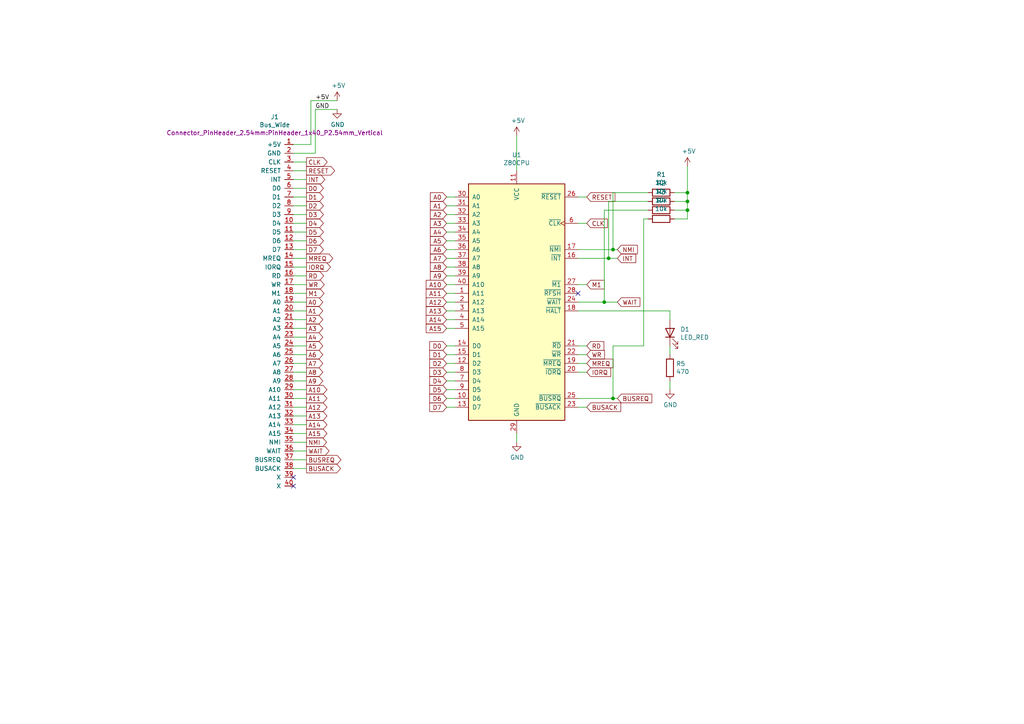
<source format=kicad_sch>
(kicad_sch (version 20211123) (generator eeschema)
  (paper "A4")
  (lib_symbols
    (symbol "CPU:Z80CPU" (pin_names (offset 1.016))
      (property "Reference" "U" (at -13.97 35.56 0))
      (property "Value" "Z80CPU" (at 6.35 35.56 0))
      (symbol "Z80CPU_0_1"
        (rectangle (start -13.97 34.29) (end 13.97 -34.29) (stroke (width 0.254)) (fill (type background)))
      )
      (symbol "Z80CPU_1_1"
        (pin output line (at 17.78 2.54 180) (length 3.81) (name "A11") (number "1"))
        (pin bidirectional line (at 17.78 -27.94 180) (length 3.81) (name "D6") (number "10"))
        (pin power_in line (at 0 38.1 270) (length 3.81) (name "VCC") (number "11"))
        (pin bidirectional line (at 17.78 -17.78 180) (length 3.81) (name "D2") (number "12"))
        (pin bidirectional line (at 17.78 -30.48 180) (length 3.81) (name "D7") (number "13"))
        (pin bidirectional line (at 17.78 -12.7 180) (length 3.81) (name "D0") (number "14"))
        (pin bidirectional line (at 17.78 -15.24 180) (length 3.81) (name "D1") (number "15"))
        (pin input line (at -17.78 12.7 0) (length 3.81) (name "~{INT}") (number "16"))
        (pin input line (at -17.78 15.24 0) (length 3.81) (name "~{NMI}") (number "17"))
        (pin output line (at -17.78 -2.54 0) (length 3.81) (name "~{HALT}") (number "18"))
        (pin output line (at -17.78 -17.78 0) (length 3.81) (name "~{MREQ}") (number "19"))
        (pin output line (at 17.78 0 180) (length 3.81) (name "A12") (number "2"))
        (pin output line (at -17.78 -20.32 0) (length 3.81) (name "~{IORQ}") (number "20"))
        (pin output line (at -17.78 -12.7 0) (length 3.81) (name "~{RD}") (number "21"))
        (pin output line (at -17.78 -15.24 0) (length 3.81) (name "~{WR}") (number "22"))
        (pin output line (at -17.78 -30.48 0) (length 3.81) (name "~{BUSACK}") (number "23"))
        (pin input line (at -17.78 0 0) (length 3.81) (name "~{WAIT}") (number "24"))
        (pin input line (at -17.78 -27.94 0) (length 3.81) (name "~{BUSRQ}") (number "25"))
        (pin input line (at -17.78 30.48 0) (length 3.81) (name "~{RESET}") (number "26"))
        (pin output line (at -17.78 5.08 0) (length 3.81) (name "~{M1}") (number "27"))
        (pin output line (at -17.78 2.54 0) (length 3.81) (name "~{RFSH}") (number "28"))
        (pin power_in line (at 0 -38.1 90) (length 3.81) (name "GND") (number "29"))
        (pin output line (at 17.78 -2.54 180) (length 3.81) (name "A13") (number "3"))
        (pin output line (at 17.78 30.48 180) (length 3.81) (name "A0") (number "30"))
        (pin output line (at 17.78 27.94 180) (length 3.81) (name "A1") (number "31"))
        (pin output line (at 17.78 25.4 180) (length 3.81) (name "A2") (number "32"))
        (pin output line (at 17.78 22.86 180) (length 3.81) (name "A3") (number "33"))
        (pin output line (at 17.78 20.32 180) (length 3.81) (name "A4") (number "34"))
        (pin output line (at 17.78 17.78 180) (length 3.81) (name "A5") (number "35"))
        (pin output line (at 17.78 15.24 180) (length 3.81) (name "A6") (number "36"))
        (pin output line (at 17.78 12.7 180) (length 3.81) (name "A7") (number "37"))
        (pin output line (at 17.78 10.16 180) (length 3.81) (name "A8") (number "38"))
        (pin output line (at 17.78 7.62 180) (length 3.81) (name "A9") (number "39"))
        (pin output line (at 17.78 -5.08 180) (length 3.81) (name "A14") (number "4"))
        (pin output line (at 17.78 5.08 180) (length 3.81) (name "A10") (number "40"))
        (pin output line (at 17.78 -7.62 180) (length 3.81) (name "A15") (number "5"))
        (pin input clock (at -17.78 22.86 0) (length 3.81) (name "~{CLK}") (number "6"))
        (pin bidirectional line (at 17.78 -22.86 180) (length 3.81) (name "D4") (number "7"))
        (pin bidirectional line (at 17.78 -20.32 180) (length 3.81) (name "D3") (number "8"))
        (pin bidirectional line (at 17.78 -25.4 180) (length 3.81) (name "D5") (number "9"))
      )
    )
    (symbol "Device:LED" (pin_numbers hide) (pin_names (offset 1.016) hide)
      (property "Reference" "D" (at 0 2.54 0))
      (property "Value" "LED" (at 0 -2.54 0))
      (symbol "LED_0_1"
        (polyline (pts (xy -1.27 -1.27) (xy -1.27 1.27)) (stroke (width 0.254)))
        (polyline (pts (xy -1.27 0) (xy 1.27 0)))
        (polyline (pts (xy 1.27 -1.27) (xy 1.27 1.27) (xy -1.27 0) (xy 1.27 -1.27)) (stroke (width 0.254)))
        (polyline (pts (xy -3.048 -0.762) (xy -4.572 -2.286) (xy -3.81 -2.286) (xy -4.572 -2.286) (xy -4.572 -1.524)))
        (polyline (pts (xy -1.778 -0.762) (xy -3.302 -2.286) (xy -2.54 -2.286) (xy -3.302 -2.286) (xy -3.302 -1.524)))
      )
      (symbol "LED_1_1"
        (pin passive line (at -3.81 0 0) (length 2.54) (name "K") (number "1"))
        (pin passive line (at 3.81 0 180) (length 2.54) (name "A") (number "2"))
      )
    )
    (symbol "Device:R" (pin_numbers hide) (pin_names (offset 0))
      (property "Reference" "R" (at 2.032 0 90))
      (property "Value" "R" (at 0 0 90))
      (symbol "R_0_1"
        (rectangle (start -1.016 -2.54) (end 1.016 2.54) (stroke (width 0.254)))
      )
      (symbol "R_1_1"
        (pin passive line (at 0 3.81 270) (length 1.27) (name "~") (number "1"))
        (pin passive line (at 0 -3.81 90) (length 1.27) (name "~") (number "2"))
      )
    )
    (symbol "ModularZ80:Bus_Wide" (pin_names (offset 1.016))
      (property "Reference" "J" (at 0 34.29 0))
      (property "Value" "ModularZ80_Bus_Wide" (at 0 -71.12 0))
      (property "Footprint" "Connector_PinHeader_2.54mm:PinHeader_1x40_P2.54mm_Vertical" (at 0 0 0))
      (symbol "Bus_Wide_1_1"
        (pin power_out line (at -2.54 30.48 0) (length 2.54) (name "+5V") (number "1"))
        (pin bidirectional line (at -2.54 7.62 0) (length 2.54) (name "D4") (number "10"))
        (pin bidirectional line (at -2.54 5.08 0) (length 2.54) (name "D5") (number "11"))
        (pin bidirectional line (at -2.54 2.54 0) (length 2.54) (name "D6") (number "12"))
        (pin bidirectional line (at -2.54 0 0) (length 2.54) (name "D7") (number "13"))
        (pin bidirectional line (at -2.54 -2.54 0) (length 2.54) (name "MREQ") (number "14"))
        (pin bidirectional line (at -2.54 -5.08 0) (length 2.54) (name "IORQ") (number "15"))
        (pin bidirectional line (at -2.54 -7.62 0) (length 2.54) (name "RD") (number "16"))
        (pin bidirectional line (at -2.54 -10.16 0) (length 2.54) (name "WR") (number "17"))
        (pin bidirectional line (at -2.54 -12.7 0) (length 2.54) (name "M1") (number "18"))
        (pin bidirectional line (at -2.54 -15.24 0) (length 2.54) (name "A0") (number "19"))
        (pin power_out line (at -2.54 27.94 0) (length 2.54) (name "GND") (number "2"))
        (pin bidirectional line (at -2.54 -17.78 0) (length 2.54) (name "A1") (number "20"))
        (pin bidirectional line (at -2.54 -20.32 0) (length 2.54) (name "A2") (number "21"))
        (pin bidirectional line (at -2.54 -22.86 0) (length 2.54) (name "A3") (number "22"))
        (pin bidirectional line (at -2.54 -25.4 0) (length 2.54) (name "A4") (number "23"))
        (pin bidirectional line (at -2.54 -27.94 0) (length 2.54) (name "A5") (number "24"))
        (pin bidirectional line (at -2.54 -30.48 0) (length 2.54) (name "A6") (number "25"))
        (pin bidirectional line (at -2.54 -33.02 0) (length 2.54) (name "A7") (number "26"))
        (pin bidirectional line (at -2.54 -35.56 0) (length 2.54) (name "A8") (number "27"))
        (pin bidirectional line (at -2.54 -38.1 0) (length 2.54) (name "A9") (number "28"))
        (pin bidirectional line (at -2.54 -40.64 0) (length 2.54) (name "A10") (number "29"))
        (pin output line (at -2.54 25.4 0) (length 2.54) (name "CLK") (number "3"))
        (pin bidirectional line (at -2.54 -43.18 0) (length 2.54) (name "A11") (number "30"))
        (pin bidirectional line (at -2.54 -45.72 0) (length 2.54) (name "A12") (number "31"))
        (pin bidirectional line (at -2.54 -48.26 0) (length 2.54) (name "A13") (number "32"))
        (pin bidirectional line (at -2.54 -50.8 0) (length 2.54) (name "A14") (number "33"))
        (pin bidirectional line (at -2.54 -53.34 0) (length 2.54) (name "A15") (number "34"))
        (pin bidirectional line (at -2.54 -55.88 0) (length 2.54) (name "NMI") (number "35"))
        (pin bidirectional line (at -2.54 -58.42 0) (length 2.54) (name "WAIT") (number "36"))
        (pin bidirectional line (at -2.54 -60.96 0) (length 2.54) (name "BUSREQ") (number "37"))
        (pin bidirectional line (at -2.54 -63.5 0) (length 2.54) (name "BUSACK") (number "38"))
        (pin bidirectional line (at -2.54 -66.04 0) (length 2.54) (name "X") (number "39"))
        (pin output line (at -2.54 22.86 0) (length 2.54) (name "RESET") (number "4"))
        (pin bidirectional line (at -2.54 -68.58 0) (length 2.54) (name "X") (number "40"))
        (pin bidirectional line (at -2.54 20.32 0) (length 2.54) (name "INT") (number "5"))
        (pin bidirectional line (at -2.54 17.78 0) (length 2.54) (name "D0") (number "6"))
        (pin bidirectional line (at -2.54 15.24 0) (length 2.54) (name "D1") (number "7"))
        (pin bidirectional line (at -2.54 12.7 0) (length 2.54) (name "D2") (number "8"))
        (pin bidirectional line (at -2.54 10.16 0) (length 2.54) (name "D3") (number "9"))
      )
    )
    (symbol "power:+5V" (power) (pin_names (offset 0))
      (property "Value" "+5V" (at 0 3.556 0))
      (symbol "+5V_0_1"
        (polyline (pts (xy -0.762 1.27) (xy 0 2.54)))
        (polyline (pts (xy 0 0) (xy 0 2.54)))
        (polyline (pts (xy 0 2.54) (xy 0.762 1.27)))
      )
      (symbol "+5V_1_1"
        (pin power_in line (at 0 0 90) (length 0) hide (name "+5V") (number "1"))
      )
    )
    (symbol "power:GND" (power) (pin_names (offset 0))
      (property "Value" "GND" (at 0 -3.81 0))
      (symbol "GND_0_1"
        (polyline (pts (xy 0 0) (xy 0 -1.27) (xy 1.27 -1.27) (xy 0 -2.54) (xy -1.27 -1.27) (xy 0 -1.27)))
      )
      (symbol "GND_1_1"
        (pin power_in line (at 0 0 270) (length 0) hide (name "GND") (number "1"))
      )
    )
  )
  (junction (at 177.8 115.57))
  (junction (at 177.8 72.39))
  (junction (at 199.39 55.88))
  (junction (at 199.39 58.42))
  (junction (at 199.39 60.96))
  (junction (at 176.53 74.93))
  (junction (at 175.26 87.63))
  (no_connect (at 167.64 85.09))
  (no_connect (at 85.09 138.43))
  (no_connect (at 85.09 140.97))
  (wire (pts (xy 129.54 82.55) (xy 132.08 82.55)))
  (wire (pts (xy 176.53 58.42) (xy 187.96 58.42)))
  (wire (pts (xy 175.26 87.63) (xy 179.07 87.63)))
  (wire (pts (xy 85.09 80.01) (xy 88.9 80.01)))
  (wire (pts (xy 177.8 72.39) (xy 177.8 55.88)))
  (wire (pts (xy 167.64 90.17) (xy 194.31 90.17)))
  (wire (pts (xy 85.09 64.77) (xy 88.9 64.77)))
  (wire (pts (xy 199.39 60.96) (xy 199.39 58.42)))
  (wire (pts (xy 85.09 123.19) (xy 88.9 123.19)))
  (wire (pts (xy 149.86 128.27) (xy 149.86 125.73)))
  (wire (pts (xy 167.64 115.57) (xy 177.8 115.57)))
  (wire (pts (xy 177.8 55.88) (xy 187.96 55.88)))
  (wire (pts (xy 85.09 67.31) (xy 88.9 67.31)))
  (wire (pts (xy 129.54 115.57) (xy 132.08 115.57)))
  (wire (pts (xy 129.54 90.17) (xy 132.08 90.17)))
  (wire (pts (xy 85.09 41.91) (xy 90.17 41.91)))
  (wire (pts (xy 129.54 95.25) (xy 132.08 95.25)))
  (wire (pts (xy 91.44 44.45) (xy 85.09 44.45)))
  (wire (pts (xy 170.18 102.87) (xy 167.64 102.87)))
  (wire (pts (xy 85.09 90.17) (xy 88.9 90.17)))
  (wire (pts (xy 194.31 113.03) (xy 194.31 110.49)))
  (wire (pts (xy 129.54 74.93) (xy 132.08 74.93)))
  (wire (pts (xy 177.8 100.33) (xy 186.69 100.33)))
  (wire (pts (xy 129.54 92.71) (xy 132.08 92.71)))
  (wire (pts (xy 129.54 100.33) (xy 132.08 100.33)))
  (wire (pts (xy 129.54 110.49) (xy 132.08 110.49)))
  (wire (pts (xy 176.53 74.93) (xy 176.53 58.42)))
  (wire (pts (xy 85.09 125.73) (xy 88.9 125.73)))
  (wire (pts (xy 85.09 92.71) (xy 88.9 92.71)))
  (wire (pts (xy 85.09 97.79) (xy 88.9 97.79)))
  (wire (pts (xy 195.58 55.88) (xy 199.39 55.88)))
  (wire (pts (xy 167.64 64.77) (xy 170.18 64.77)))
  (wire (pts (xy 85.09 110.49) (xy 88.9 110.49)))
  (wire (pts (xy 129.54 72.39) (xy 132.08 72.39)))
  (wire (pts (xy 175.26 87.63) (xy 175.26 60.96)))
  (wire (pts (xy 129.54 67.31) (xy 132.08 67.31)))
  (wire (pts (xy 177.8 115.57) (xy 179.07 115.57)))
  (wire (pts (xy 129.54 105.41) (xy 132.08 105.41)))
  (wire (pts (xy 195.58 63.5) (xy 199.39 63.5)))
  (wire (pts (xy 85.09 130.81) (xy 88.9 130.81)))
  (wire (pts (xy 176.53 74.93) (xy 179.07 74.93)))
  (wire (pts (xy 85.09 115.57) (xy 88.9 115.57)))
  (wire (pts (xy 129.54 87.63) (xy 132.08 87.63)))
  (wire (pts (xy 85.09 113.03) (xy 88.9 113.03)))
  (wire (pts (xy 167.64 74.93) (xy 176.53 74.93)))
  (wire (pts (xy 170.18 82.55) (xy 167.64 82.55)))
  (wire (pts (xy 85.09 62.23) (xy 88.9 62.23)))
  (wire (pts (xy 85.09 120.65) (xy 88.9 120.65)))
  (wire (pts (xy 85.09 74.93) (xy 88.9 74.93)))
  (wire (pts (xy 129.54 102.87) (xy 132.08 102.87)))
  (wire (pts (xy 85.09 135.89) (xy 88.9 135.89)))
  (wire (pts (xy 129.54 118.11) (xy 132.08 118.11)))
  (wire (pts (xy 85.09 49.53) (xy 88.9 49.53)))
  (wire (pts (xy 170.18 118.11) (xy 167.64 118.11)))
  (wire (pts (xy 199.39 63.5) (xy 199.39 60.96)))
  (wire (pts (xy 85.09 59.69) (xy 88.9 59.69)))
  (wire (pts (xy 177.8 72.39) (xy 179.07 72.39)))
  (wire (pts (xy 85.09 87.63) (xy 88.9 87.63)))
  (wire (pts (xy 177.8 115.57) (xy 177.8 100.33)))
  (wire (pts (xy 85.09 52.07) (xy 88.9 52.07)))
  (wire (pts (xy 129.54 107.95) (xy 132.08 107.95)))
  (wire (pts (xy 149.86 39.37) (xy 149.86 49.53)))
  (wire (pts (xy 170.18 100.33) (xy 167.64 100.33)))
  (wire (pts (xy 129.54 77.47) (xy 132.08 77.47)))
  (wire (pts (xy 167.64 105.41) (xy 170.18 105.41)))
  (wire (pts (xy 85.09 82.55) (xy 88.9 82.55)))
  (wire (pts (xy 129.54 59.69) (xy 132.08 59.69)))
  (wire (pts (xy 129.54 64.77) (xy 132.08 64.77)))
  (wire (pts (xy 85.09 100.33) (xy 88.9 100.33)))
  (wire (pts (xy 129.54 113.03) (xy 132.08 113.03)))
  (wire (pts (xy 85.09 102.87) (xy 88.9 102.87)))
  (wire (pts (xy 195.58 60.96) (xy 199.39 60.96)))
  (wire (pts (xy 85.09 77.47) (xy 88.9 77.47)))
  (wire (pts (xy 85.09 95.25) (xy 88.9 95.25)))
  (wire (pts (xy 194.31 90.17) (xy 194.31 92.71)))
  (wire (pts (xy 85.09 118.11) (xy 88.9 118.11)))
  (wire (pts (xy 85.09 85.09) (xy 88.9 85.09)))
  (wire (pts (xy 85.09 133.35) (xy 88.9 133.35)))
  (wire (pts (xy 129.54 69.85) (xy 132.08 69.85)))
  (wire (pts (xy 167.64 72.39) (xy 177.8 72.39)))
  (wire (pts (xy 129.54 80.01) (xy 132.08 80.01)))
  (wire (pts (xy 129.54 62.23) (xy 132.08 62.23)))
  (wire (pts (xy 199.39 55.88) (xy 199.39 48.26)))
  (wire (pts (xy 129.54 85.09) (xy 132.08 85.09)))
  (wire (pts (xy 85.09 105.41) (xy 88.9 105.41)))
  (wire (pts (xy 90.17 29.21) (xy 97.79 29.21)))
  (wire (pts (xy 85.09 72.39) (xy 88.9 72.39)))
  (wire (pts (xy 97.79 31.75) (xy 91.44 31.75)))
  (wire (pts (xy 199.39 58.42) (xy 199.39 55.88)))
  (wire (pts (xy 195.58 58.42) (xy 199.39 58.42)))
  (wire (pts (xy 91.44 31.75) (xy 91.44 44.45)))
  (wire (pts (xy 194.31 102.87) (xy 194.31 100.33)))
  (wire (pts (xy 175.26 60.96) (xy 187.96 60.96)))
  (wire (pts (xy 85.09 46.99) (xy 88.9 46.99)))
  (wire (pts (xy 167.64 57.15) (xy 170.18 57.15)))
  (wire (pts (xy 85.09 69.85) (xy 88.9 69.85)))
  (wire (pts (xy 186.69 100.33) (xy 186.69 63.5)))
  (wire (pts (xy 90.17 41.91) (xy 90.17 29.21)))
  (wire (pts (xy 170.18 107.95) (xy 167.64 107.95)))
  (wire (pts (xy 167.64 87.63) (xy 175.26 87.63)))
  (wire (pts (xy 129.54 57.15) (xy 132.08 57.15)))
  (wire (pts (xy 186.69 63.5) (xy 187.96 63.5)))
  (wire (pts (xy 85.09 107.95) (xy 88.9 107.95)))
  (wire (pts (xy 85.09 128.27) (xy 88.9 128.27)))
  (wire (pts (xy 85.09 54.61) (xy 88.9 54.61)))
  (wire (pts (xy 85.09 57.15) (xy 88.9 57.15)))
  (label "GND" (at 91.44 31.75 0))
  (label "+5V" (at 91.44 29.21 0))
  (global_label "M1" (shape output) (at 88.9 85.09 0) (property "Intersheet References" "${INTERSHEET_REFS}" (effects hide)))
  (global_label "D5" (shape input) (at 129.54 113.03 180) (property "Intersheet References" "${INTERSHEET_REFS}" (effects hide)))
  (global_label "A2" (shape input) (at 129.54 62.23 180) (property "Intersheet References" "${INTERSHEET_REFS}" (effects hide)))
  (global_label "A1" (shape input) (at 129.54 59.69 180) (property "Intersheet References" "${INTERSHEET_REFS}" (effects hide)))
  (global_label "A7" (shape output) (at 88.9 105.41 0) (property "Intersheet References" "${INTERSHEET_REFS}" (effects hide)))
  (global_label "D3" (shape output) (at 88.9 62.23 0) (property "Intersheet References" "${INTERSHEET_REFS}" (effects hide)))
  (global_label "RD" (shape input) (at 170.18 100.33 0) (property "Intersheet References" "${INTERSHEET_REFS}" (effects hide)))
  (global_label "RESET" (shape input) (at 170.18 57.15 0) (property "Intersheet References" "${INTERSHEET_REFS}" (effects hide)))
  (global_label "BUSREQ" (shape output) (at 88.9 133.35 0) (property "Intersheet References" "${INTERSHEET_REFS}" (effects hide)))
  (global_label "WAIT" (shape input) (at 179.07 87.63 0) (property "Intersheet References" "${INTERSHEET_REFS}" (effects hide)))
  (global_label "A12" (shape input) (at 129.54 87.63 180) (property "Intersheet References" "${INTERSHEET_REFS}" (effects hide)))
  (global_label "D6" (shape output) (at 88.9 69.85 0) (property "Intersheet References" "${INTERSHEET_REFS}" (effects hide)))
  (global_label "D7" (shape input) (at 129.54 118.11 180) (property "Intersheet References" "${INTERSHEET_REFS}" (effects hide)))
  (global_label "A7" (shape input) (at 129.54 74.93 180) (property "Intersheet References" "${INTERSHEET_REFS}" (effects hide)))
  (global_label "D3" (shape input) (at 129.54 107.95 180) (property "Intersheet References" "${INTERSHEET_REFS}" (effects hide)))
  (global_label "BUSREQ" (shape input) (at 179.07 115.57 0) (property "Intersheet References" "${INTERSHEET_REFS}" (effects hide)))
  (global_label "D1" (shape input) (at 129.54 102.87 180) (property "Intersheet References" "${INTERSHEET_REFS}" (effects hide)))
  (global_label "D2" (shape output) (at 88.9 59.69 0) (property "Intersheet References" "${INTERSHEET_REFS}" (effects hide)))
  (global_label "D1" (shape output) (at 88.9 57.15 0) (property "Intersheet References" "${INTERSHEET_REFS}" (effects hide)))
  (global_label "A3" (shape output) (at 88.9 95.25 0) (property "Intersheet References" "${INTERSHEET_REFS}" (effects hide)))
  (global_label "A11" (shape input) (at 129.54 85.09 180) (property "Intersheet References" "${INTERSHEET_REFS}" (effects hide)))
  (global_label "A9" (shape output) (at 88.9 110.49 0) (property "Intersheet References" "${INTERSHEET_REFS}" (effects hide)))
  (global_label "BUSACK" (shape output) (at 88.9 135.89 0) (property "Intersheet References" "${INTERSHEET_REFS}" (effects hide)))
  (global_label "D4" (shape input) (at 129.54 110.49 180) (property "Intersheet References" "${INTERSHEET_REFS}" (effects hide)))
  (global_label "A1" (shape output) (at 88.9 90.17 0) (property "Intersheet References" "${INTERSHEET_REFS}" (effects hide)))
  (global_label "CLK" (shape output) (at 88.9 46.99 0) (property "Intersheet References" "${INTERSHEET_REFS}" (effects hide)))
  (global_label "A8" (shape input) (at 129.54 77.47 180) (property "Intersheet References" "${INTERSHEET_REFS}" (effects hide)))
  (global_label "IORQ" (shape output) (at 88.9 77.47 0) (property "Intersheet References" "${INTERSHEET_REFS}" (effects hide)))
  (global_label "D7" (shape output) (at 88.9 72.39 0) (property "Intersheet References" "${INTERSHEET_REFS}" (effects hide)))
  (global_label "RD" (shape output) (at 88.9 80.01 0) (property "Intersheet References" "${INTERSHEET_REFS}" (effects hide)))
  (global_label "A6" (shape output) (at 88.9 102.87 0) (property "Intersheet References" "${INTERSHEET_REFS}" (effects hide)))
  (global_label "A13" (shape output) (at 88.9 120.65 0) (property "Intersheet References" "${INTERSHEET_REFS}" (effects hide)))
  (global_label "WR" (shape output) (at 88.9 82.55 0) (property "Intersheet References" "${INTERSHEET_REFS}" (effects hide)))
  (global_label "BUSACK" (shape input) (at 170.18 118.11 0) (property "Intersheet References" "${INTERSHEET_REFS}" (effects hide)))
  (global_label "A10" (shape input) (at 129.54 82.55 180) (property "Intersheet References" "${INTERSHEET_REFS}" (effects hide)))
  (global_label "A9" (shape input) (at 129.54 80.01 180) (property "Intersheet References" "${INTERSHEET_REFS}" (effects hide)))
  (global_label "A15" (shape input) (at 129.54 95.25 180) (property "Intersheet References" "${INTERSHEET_REFS}" (effects hide)))
  (global_label "D2" (shape input) (at 129.54 105.41 180) (property "Intersheet References" "${INTERSHEET_REFS}" (effects hide)))
  (global_label "A14" (shape input) (at 129.54 92.71 180) (property "Intersheet References" "${INTERSHEET_REFS}" (effects hide)))
  (global_label "A0" (shape input) (at 129.54 57.15 180) (property "Intersheet References" "${INTERSHEET_REFS}" (effects hide)))
  (global_label "A5" (shape input) (at 129.54 69.85 180) (property "Intersheet References" "${INTERSHEET_REFS}" (effects hide)))
  (global_label "M1" (shape input) (at 170.18 82.55 0) (property "Intersheet References" "${INTERSHEET_REFS}" (effects hide)))
  (global_label "D5" (shape output) (at 88.9 67.31 0) (property "Intersheet References" "${INTERSHEET_REFS}" (effects hide)))
  (global_label "MREQ" (shape output) (at 88.9 74.93 0) (property "Intersheet References" "${INTERSHEET_REFS}" (effects hide)))
  (global_label "INT" (shape input) (at 179.07 74.93 0) (property "Intersheet References" "${INTERSHEET_REFS}" (effects hide)))
  (global_label "A4" (shape input) (at 129.54 67.31 180) (property "Intersheet References" "${INTERSHEET_REFS}" (effects hide)))
  (global_label "IORQ" (shape input) (at 170.18 107.95 0) (property "Intersheet References" "${INTERSHEET_REFS}" (effects hide)))
  (global_label "D4" (shape output) (at 88.9 64.77 0) (property "Intersheet References" "${INTERSHEET_REFS}" (effects hide)))
  (global_label "A6" (shape input) (at 129.54 72.39 180) (property "Intersheet References" "${INTERSHEET_REFS}" (effects hide)))
  (global_label "A2" (shape output) (at 88.9 92.71 0) (property "Intersheet References" "${INTERSHEET_REFS}" (effects hide)))
  (global_label "A13" (shape input) (at 129.54 90.17 180) (property "Intersheet References" "${INTERSHEET_REFS}" (effects hide)))
  (global_label "D0" (shape input) (at 129.54 100.33 180) (property "Intersheet References" "${INTERSHEET_REFS}" (effects hide)))
  (global_label "A0" (shape output) (at 88.9 87.63 0) (property "Intersheet References" "${INTERSHEET_REFS}" (effects hide)))
  (global_label "WAIT" (shape output) (at 88.9 130.81 0) (property "Intersheet References" "${INTERSHEET_REFS}" (effects hide)))
  (global_label "D6" (shape input) (at 129.54 115.57 180) (property "Intersheet References" "${INTERSHEET_REFS}" (effects hide)))
  (global_label "A14" (shape output) (at 88.9 123.19 0) (property "Intersheet References" "${INTERSHEET_REFS}" (effects hide)))
  (global_label "A3" (shape input) (at 129.54 64.77 180) (property "Intersheet References" "${INTERSHEET_REFS}" (effects hide)))
  (global_label "A15" (shape output) (at 88.9 125.73 0) (property "Intersheet References" "${INTERSHEET_REFS}" (effects hide)))
  (global_label "INT" (shape output) (at 88.9 52.07 0) (property "Intersheet References" "${INTERSHEET_REFS}" (effects hide)))
  (global_label "MREQ" (shape input) (at 170.18 105.41 0) (property "Intersheet References" "${INTERSHEET_REFS}" (effects hide)))
  (global_label "CLK" (shape input) (at 170.18 64.77 0) (property "Intersheet References" "${INTERSHEET_REFS}" (effects hide)))
  (global_label "A10" (shape output) (at 88.9 113.03 0) (property "Intersheet References" "${INTERSHEET_REFS}" (effects hide)))
  (global_label "WR" (shape input) (at 170.18 102.87 0) (property "Intersheet References" "${INTERSHEET_REFS}" (effects hide)))
  (global_label "NMI" (shape input) (at 179.07 72.39 0) (property "Intersheet References" "${INTERSHEET_REFS}" (effects hide)))
  (global_label "A5" (shape output) (at 88.9 100.33 0) (property "Intersheet References" "${INTERSHEET_REFS}" (effects hide)))
  (global_label "A12" (shape output) (at 88.9 118.11 0) (property "Intersheet References" "${INTERSHEET_REFS}" (effects hide)))
  (global_label "NMI" (shape output) (at 88.9 128.27 0) (property "Intersheet References" "${INTERSHEET_REFS}" (effects hide)))
  (global_label "A11" (shape output) (at 88.9 115.57 0) (property "Intersheet References" "${INTERSHEET_REFS}" (effects hide)))
  (global_label "A4" (shape output) (at 88.9 97.79 0) (property "Intersheet References" "${INTERSHEET_REFS}" (effects hide)))
  (global_label "D0" (shape output) (at 88.9 54.61 0) (property "Intersheet References" "${INTERSHEET_REFS}" (effects hide)))
  (global_label "A8" (shape output) (at 88.9 107.95 0) (property "Intersheet References" "${INTERSHEET_REFS}" (effects hide)))
  (global_label "RESET" (shape output) (at 88.9 49.53 0) (property "Intersheet References" "${INTERSHEET_REFS}" (effects hide)))
  (symbol (lib_id "ModularZ80:Bus_Wide") (at 82.55 72.39 0) (mirror y) (unit 1)
    (property "Reference" "J1" (at 79.6798 33.909 0))
    (property "Value" "Bus_Wide" (at 79.6798 36.2204 0))
    (property "Footprint" "Connector_PinHeader_2.54mm:PinHeader_1x40_P2.54mm_Vertical" (at 79.6798 38.5318 0))
  )
  (symbol (lib_id "CPU:Z80CPU") (at 149.86 87.63 0) (mirror y) (unit 1)
    (property "Reference" "U1" (at 149.86 44.9326 0))
    (property "Value" "Z80CPU" (at 149.86 47.244 0))
    (property "Footprint" "Package_DIP:DIP-40_W15.24mm_Socket" (effects hide))
    (property "Datasheet" "www.zilog.com/manage_directlink.php?filepath=docs/z80/um0080" (effects hide))
  )
  (symbol (lib_id "power:+5V") (at 97.79 29.21 0) (unit 1)
    (property "Reference" "#PWR01" (effects hide))
    (property "Value" "+5V" (at 98.171 24.8158 0))
  )
  (symbol (lib_id "power:GND") (at 97.79 31.75 0) (unit 1)
    (property "Reference" "#PWR02" (effects hide))
    (property "Value" "GND" (at 97.917 36.1442 0))
  )
  (symbol (lib_id "power:+5V") (at 149.86 39.37 0) (unit 1)
    (property "Reference" "#PWR05" (effects hide))
    (property "Value" "+5V" (at 150.241 34.9758 0))
  )
  (symbol (lib_id "power:GND") (at 149.86 128.27 0) (unit 1)
    (property "Reference" "#PWR06" (effects hide))
    (property "Value" "GND" (at 149.987 132.6642 0))
  )
  (symbol (lib_id "Device:R") (at 191.77 55.88 270) (unit 1)
    (property "Reference" "R1" (at 191.77 50.6222 90))
    (property "Value" "10k" (at 191.77 52.9336 90))
    (property "Footprint" "Resistor_THT:R_Axial_DIN0207_L6.3mm_D2.5mm_P7.62mm_Horizontal" (effects hide))
  )
  (symbol (lib_id "Device:R") (at 191.77 58.42 270) (unit 1)
    (property "Reference" "R2" (at 191.77 53.1622 90))
    (property "Value" "10k" (at 191.77 55.4736 90))
    (property "Footprint" "Resistor_THT:R_Axial_DIN0207_L6.3mm_D2.5mm_P7.62mm_Horizontal" (effects hide))
  )
  (symbol (lib_id "Device:R") (at 191.77 60.96 270) (unit 1)
    (property "Reference" "R3" (at 191.77 55.7022 90))
    (property "Value" "10k" (at 191.77 58.0136 90))
    (property "Footprint" "Resistor_THT:R_Axial_DIN0207_L6.3mm_D2.5mm_P7.62mm_Horizontal" (effects hide))
  )
  (symbol (lib_id "Device:R") (at 191.77 63.5 270) (unit 1)
    (property "Reference" "R4" (at 191.77 58.2422 90))
    (property "Value" "10k" (at 191.77 60.5536 90))
    (property "Footprint" "Resistor_THT:R_Axial_DIN0207_L6.3mm_D2.5mm_P7.62mm_Horizontal" (effects hide))
  )
  (symbol (lib_id "power:+5V") (at 199.39 48.26 0) (unit 1)
    (property "Reference" "#PWR08" (effects hide))
    (property "Value" "+5V" (at 199.771 43.8658 0))
  )
  (symbol (lib_id "Device:LED") (at 194.31 96.52 90) (unit 1)
    (property "Reference" "D1" (at 197.3072 95.5294 90) (effects (justify right)))
    (property "Value" "LED_RED" (at 197.3072 97.8408 90) (effects (justify right)))
    (property "Footprint" "LED_THT:LED_D3.0mm" (effects hide))
  )
  (symbol (lib_id "Device:R") (at 194.31 106.68 0) (unit 1)
    (property "Reference" "R5" (at 196.088 105.5116 0) (effects (justify left)))
    (property "Value" "470" (at 196.088 107.823 0) (effects (justify left)))
    (property "Footprint" "Resistor_THT:R_Axial_DIN0207_L6.3mm_D2.5mm_P7.62mm_Horizontal" (effects hide))
  )
  (symbol (lib_id "power:GND") (at 194.31 113.03 0) (unit 1)
    (property "Reference" "#PWR07" (effects hide))
    (property "Value" "GND" (at 194.437 117.4242 0))
  )
)
</source>
